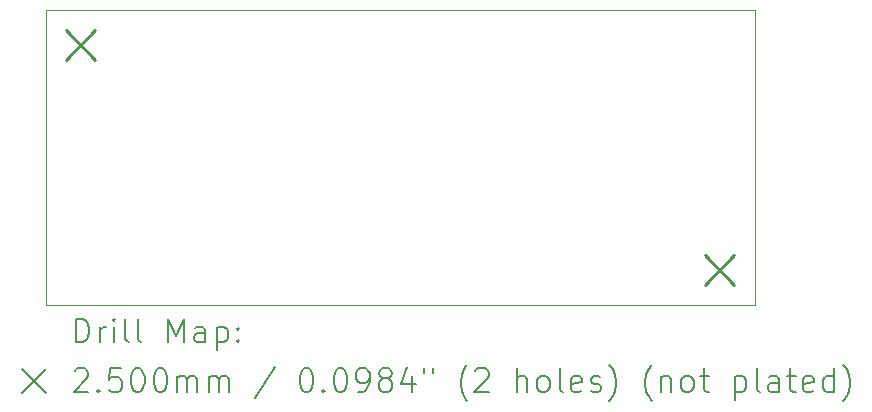
<source format=gbr>
%FSLAX45Y45*%
G04 Gerber Fmt 4.5, Leading zero omitted, Abs format (unit mm)*
G04 Created by KiCad (PCBNEW (6.0.6)) date 2022-07-04 15:46:49*
%MOMM*%
%LPD*%
G01*
G04 APERTURE LIST*
%TA.AperFunction,Profile*%
%ADD10C,0.100000*%
%TD*%
%ADD11C,0.200000*%
%ADD12C,0.250000*%
G04 APERTURE END LIST*
D10*
X10000000Y-5000000D02*
X16000000Y-5000000D01*
X16000000Y-5000000D02*
X16000000Y-7500000D01*
X16000000Y-7500000D02*
X10000000Y-7500000D01*
X10000000Y-7500000D02*
X10000000Y-5000000D01*
D11*
D12*
X10167500Y-5172500D02*
X10417500Y-5422500D01*
X10417500Y-5172500D02*
X10167500Y-5422500D01*
X15575000Y-7077500D02*
X15825000Y-7327500D01*
X15825000Y-7077500D02*
X15575000Y-7327500D01*
D11*
X10252619Y-7815476D02*
X10252619Y-7615476D01*
X10300238Y-7615476D01*
X10328810Y-7625000D01*
X10347857Y-7644048D01*
X10357381Y-7663095D01*
X10366905Y-7701190D01*
X10366905Y-7729762D01*
X10357381Y-7767857D01*
X10347857Y-7786905D01*
X10328810Y-7805952D01*
X10300238Y-7815476D01*
X10252619Y-7815476D01*
X10452619Y-7815476D02*
X10452619Y-7682143D01*
X10452619Y-7720238D02*
X10462143Y-7701190D01*
X10471667Y-7691667D01*
X10490714Y-7682143D01*
X10509762Y-7682143D01*
X10576429Y-7815476D02*
X10576429Y-7682143D01*
X10576429Y-7615476D02*
X10566905Y-7625000D01*
X10576429Y-7634524D01*
X10585952Y-7625000D01*
X10576429Y-7615476D01*
X10576429Y-7634524D01*
X10700238Y-7815476D02*
X10681190Y-7805952D01*
X10671667Y-7786905D01*
X10671667Y-7615476D01*
X10805000Y-7815476D02*
X10785952Y-7805952D01*
X10776429Y-7786905D01*
X10776429Y-7615476D01*
X11033571Y-7815476D02*
X11033571Y-7615476D01*
X11100238Y-7758333D01*
X11166905Y-7615476D01*
X11166905Y-7815476D01*
X11347857Y-7815476D02*
X11347857Y-7710714D01*
X11338333Y-7691667D01*
X11319286Y-7682143D01*
X11281190Y-7682143D01*
X11262143Y-7691667D01*
X11347857Y-7805952D02*
X11328809Y-7815476D01*
X11281190Y-7815476D01*
X11262143Y-7805952D01*
X11252619Y-7786905D01*
X11252619Y-7767857D01*
X11262143Y-7748809D01*
X11281190Y-7739286D01*
X11328809Y-7739286D01*
X11347857Y-7729762D01*
X11443095Y-7682143D02*
X11443095Y-7882143D01*
X11443095Y-7691667D02*
X11462143Y-7682143D01*
X11500238Y-7682143D01*
X11519286Y-7691667D01*
X11528809Y-7701190D01*
X11538333Y-7720238D01*
X11538333Y-7777381D01*
X11528809Y-7796428D01*
X11519286Y-7805952D01*
X11500238Y-7815476D01*
X11462143Y-7815476D01*
X11443095Y-7805952D01*
X11624048Y-7796428D02*
X11633571Y-7805952D01*
X11624048Y-7815476D01*
X11614524Y-7805952D01*
X11624048Y-7796428D01*
X11624048Y-7815476D01*
X11624048Y-7691667D02*
X11633571Y-7701190D01*
X11624048Y-7710714D01*
X11614524Y-7701190D01*
X11624048Y-7691667D01*
X11624048Y-7710714D01*
X9795000Y-8045000D02*
X9995000Y-8245000D01*
X9995000Y-8045000D02*
X9795000Y-8245000D01*
X10243095Y-8054524D02*
X10252619Y-8045000D01*
X10271667Y-8035476D01*
X10319286Y-8035476D01*
X10338333Y-8045000D01*
X10347857Y-8054524D01*
X10357381Y-8073571D01*
X10357381Y-8092619D01*
X10347857Y-8121190D01*
X10233571Y-8235476D01*
X10357381Y-8235476D01*
X10443095Y-8216428D02*
X10452619Y-8225952D01*
X10443095Y-8235476D01*
X10433571Y-8225952D01*
X10443095Y-8216428D01*
X10443095Y-8235476D01*
X10633571Y-8035476D02*
X10538333Y-8035476D01*
X10528810Y-8130714D01*
X10538333Y-8121190D01*
X10557381Y-8111667D01*
X10605000Y-8111667D01*
X10624048Y-8121190D01*
X10633571Y-8130714D01*
X10643095Y-8149762D01*
X10643095Y-8197381D01*
X10633571Y-8216428D01*
X10624048Y-8225952D01*
X10605000Y-8235476D01*
X10557381Y-8235476D01*
X10538333Y-8225952D01*
X10528810Y-8216428D01*
X10766905Y-8035476D02*
X10785952Y-8035476D01*
X10805000Y-8045000D01*
X10814524Y-8054524D01*
X10824048Y-8073571D01*
X10833571Y-8111667D01*
X10833571Y-8159286D01*
X10824048Y-8197381D01*
X10814524Y-8216428D01*
X10805000Y-8225952D01*
X10785952Y-8235476D01*
X10766905Y-8235476D01*
X10747857Y-8225952D01*
X10738333Y-8216428D01*
X10728810Y-8197381D01*
X10719286Y-8159286D01*
X10719286Y-8111667D01*
X10728810Y-8073571D01*
X10738333Y-8054524D01*
X10747857Y-8045000D01*
X10766905Y-8035476D01*
X10957381Y-8035476D02*
X10976429Y-8035476D01*
X10995476Y-8045000D01*
X11005000Y-8054524D01*
X11014524Y-8073571D01*
X11024048Y-8111667D01*
X11024048Y-8159286D01*
X11014524Y-8197381D01*
X11005000Y-8216428D01*
X10995476Y-8225952D01*
X10976429Y-8235476D01*
X10957381Y-8235476D01*
X10938333Y-8225952D01*
X10928810Y-8216428D01*
X10919286Y-8197381D01*
X10909762Y-8159286D01*
X10909762Y-8111667D01*
X10919286Y-8073571D01*
X10928810Y-8054524D01*
X10938333Y-8045000D01*
X10957381Y-8035476D01*
X11109762Y-8235476D02*
X11109762Y-8102143D01*
X11109762Y-8121190D02*
X11119286Y-8111667D01*
X11138333Y-8102143D01*
X11166905Y-8102143D01*
X11185952Y-8111667D01*
X11195476Y-8130714D01*
X11195476Y-8235476D01*
X11195476Y-8130714D02*
X11205000Y-8111667D01*
X11224048Y-8102143D01*
X11252619Y-8102143D01*
X11271667Y-8111667D01*
X11281190Y-8130714D01*
X11281190Y-8235476D01*
X11376428Y-8235476D02*
X11376428Y-8102143D01*
X11376428Y-8121190D02*
X11385952Y-8111667D01*
X11405000Y-8102143D01*
X11433571Y-8102143D01*
X11452619Y-8111667D01*
X11462143Y-8130714D01*
X11462143Y-8235476D01*
X11462143Y-8130714D02*
X11471667Y-8111667D01*
X11490714Y-8102143D01*
X11519286Y-8102143D01*
X11538333Y-8111667D01*
X11547857Y-8130714D01*
X11547857Y-8235476D01*
X11938333Y-8025952D02*
X11766905Y-8283095D01*
X12195476Y-8035476D02*
X12214524Y-8035476D01*
X12233571Y-8045000D01*
X12243095Y-8054524D01*
X12252619Y-8073571D01*
X12262143Y-8111667D01*
X12262143Y-8159286D01*
X12252619Y-8197381D01*
X12243095Y-8216428D01*
X12233571Y-8225952D01*
X12214524Y-8235476D01*
X12195476Y-8235476D01*
X12176428Y-8225952D01*
X12166905Y-8216428D01*
X12157381Y-8197381D01*
X12147857Y-8159286D01*
X12147857Y-8111667D01*
X12157381Y-8073571D01*
X12166905Y-8054524D01*
X12176428Y-8045000D01*
X12195476Y-8035476D01*
X12347857Y-8216428D02*
X12357381Y-8225952D01*
X12347857Y-8235476D01*
X12338333Y-8225952D01*
X12347857Y-8216428D01*
X12347857Y-8235476D01*
X12481190Y-8035476D02*
X12500238Y-8035476D01*
X12519286Y-8045000D01*
X12528809Y-8054524D01*
X12538333Y-8073571D01*
X12547857Y-8111667D01*
X12547857Y-8159286D01*
X12538333Y-8197381D01*
X12528809Y-8216428D01*
X12519286Y-8225952D01*
X12500238Y-8235476D01*
X12481190Y-8235476D01*
X12462143Y-8225952D01*
X12452619Y-8216428D01*
X12443095Y-8197381D01*
X12433571Y-8159286D01*
X12433571Y-8111667D01*
X12443095Y-8073571D01*
X12452619Y-8054524D01*
X12462143Y-8045000D01*
X12481190Y-8035476D01*
X12643095Y-8235476D02*
X12681190Y-8235476D01*
X12700238Y-8225952D01*
X12709762Y-8216428D01*
X12728809Y-8187857D01*
X12738333Y-8149762D01*
X12738333Y-8073571D01*
X12728809Y-8054524D01*
X12719286Y-8045000D01*
X12700238Y-8035476D01*
X12662143Y-8035476D01*
X12643095Y-8045000D01*
X12633571Y-8054524D01*
X12624048Y-8073571D01*
X12624048Y-8121190D01*
X12633571Y-8140238D01*
X12643095Y-8149762D01*
X12662143Y-8159286D01*
X12700238Y-8159286D01*
X12719286Y-8149762D01*
X12728809Y-8140238D01*
X12738333Y-8121190D01*
X12852619Y-8121190D02*
X12833571Y-8111667D01*
X12824048Y-8102143D01*
X12814524Y-8083095D01*
X12814524Y-8073571D01*
X12824048Y-8054524D01*
X12833571Y-8045000D01*
X12852619Y-8035476D01*
X12890714Y-8035476D01*
X12909762Y-8045000D01*
X12919286Y-8054524D01*
X12928809Y-8073571D01*
X12928809Y-8083095D01*
X12919286Y-8102143D01*
X12909762Y-8111667D01*
X12890714Y-8121190D01*
X12852619Y-8121190D01*
X12833571Y-8130714D01*
X12824048Y-8140238D01*
X12814524Y-8159286D01*
X12814524Y-8197381D01*
X12824048Y-8216428D01*
X12833571Y-8225952D01*
X12852619Y-8235476D01*
X12890714Y-8235476D01*
X12909762Y-8225952D01*
X12919286Y-8216428D01*
X12928809Y-8197381D01*
X12928809Y-8159286D01*
X12919286Y-8140238D01*
X12909762Y-8130714D01*
X12890714Y-8121190D01*
X13100238Y-8102143D02*
X13100238Y-8235476D01*
X13052619Y-8025952D02*
X13005000Y-8168809D01*
X13128809Y-8168809D01*
X13195476Y-8035476D02*
X13195476Y-8073571D01*
X13271667Y-8035476D02*
X13271667Y-8073571D01*
X13566905Y-8311667D02*
X13557381Y-8302143D01*
X13538333Y-8273571D01*
X13528809Y-8254524D01*
X13519286Y-8225952D01*
X13509762Y-8178333D01*
X13509762Y-8140238D01*
X13519286Y-8092619D01*
X13528809Y-8064048D01*
X13538333Y-8045000D01*
X13557381Y-8016428D01*
X13566905Y-8006905D01*
X13633571Y-8054524D02*
X13643095Y-8045000D01*
X13662143Y-8035476D01*
X13709762Y-8035476D01*
X13728809Y-8045000D01*
X13738333Y-8054524D01*
X13747857Y-8073571D01*
X13747857Y-8092619D01*
X13738333Y-8121190D01*
X13624048Y-8235476D01*
X13747857Y-8235476D01*
X13985952Y-8235476D02*
X13985952Y-8035476D01*
X14071667Y-8235476D02*
X14071667Y-8130714D01*
X14062143Y-8111667D01*
X14043095Y-8102143D01*
X14014524Y-8102143D01*
X13995476Y-8111667D01*
X13985952Y-8121190D01*
X14195476Y-8235476D02*
X14176428Y-8225952D01*
X14166905Y-8216428D01*
X14157381Y-8197381D01*
X14157381Y-8140238D01*
X14166905Y-8121190D01*
X14176428Y-8111667D01*
X14195476Y-8102143D01*
X14224048Y-8102143D01*
X14243095Y-8111667D01*
X14252619Y-8121190D01*
X14262143Y-8140238D01*
X14262143Y-8197381D01*
X14252619Y-8216428D01*
X14243095Y-8225952D01*
X14224048Y-8235476D01*
X14195476Y-8235476D01*
X14376428Y-8235476D02*
X14357381Y-8225952D01*
X14347857Y-8206905D01*
X14347857Y-8035476D01*
X14528809Y-8225952D02*
X14509762Y-8235476D01*
X14471667Y-8235476D01*
X14452619Y-8225952D01*
X14443095Y-8206905D01*
X14443095Y-8130714D01*
X14452619Y-8111667D01*
X14471667Y-8102143D01*
X14509762Y-8102143D01*
X14528809Y-8111667D01*
X14538333Y-8130714D01*
X14538333Y-8149762D01*
X14443095Y-8168809D01*
X14614524Y-8225952D02*
X14633571Y-8235476D01*
X14671667Y-8235476D01*
X14690714Y-8225952D01*
X14700238Y-8206905D01*
X14700238Y-8197381D01*
X14690714Y-8178333D01*
X14671667Y-8168809D01*
X14643095Y-8168809D01*
X14624048Y-8159286D01*
X14614524Y-8140238D01*
X14614524Y-8130714D01*
X14624048Y-8111667D01*
X14643095Y-8102143D01*
X14671667Y-8102143D01*
X14690714Y-8111667D01*
X14766905Y-8311667D02*
X14776428Y-8302143D01*
X14795476Y-8273571D01*
X14805000Y-8254524D01*
X14814524Y-8225952D01*
X14824048Y-8178333D01*
X14824048Y-8140238D01*
X14814524Y-8092619D01*
X14805000Y-8064048D01*
X14795476Y-8045000D01*
X14776428Y-8016428D01*
X14766905Y-8006905D01*
X15128809Y-8311667D02*
X15119286Y-8302143D01*
X15100238Y-8273571D01*
X15090714Y-8254524D01*
X15081190Y-8225952D01*
X15071667Y-8178333D01*
X15071667Y-8140238D01*
X15081190Y-8092619D01*
X15090714Y-8064048D01*
X15100238Y-8045000D01*
X15119286Y-8016428D01*
X15128809Y-8006905D01*
X15205000Y-8102143D02*
X15205000Y-8235476D01*
X15205000Y-8121190D02*
X15214524Y-8111667D01*
X15233571Y-8102143D01*
X15262143Y-8102143D01*
X15281190Y-8111667D01*
X15290714Y-8130714D01*
X15290714Y-8235476D01*
X15414524Y-8235476D02*
X15395476Y-8225952D01*
X15385952Y-8216428D01*
X15376428Y-8197381D01*
X15376428Y-8140238D01*
X15385952Y-8121190D01*
X15395476Y-8111667D01*
X15414524Y-8102143D01*
X15443095Y-8102143D01*
X15462143Y-8111667D01*
X15471667Y-8121190D01*
X15481190Y-8140238D01*
X15481190Y-8197381D01*
X15471667Y-8216428D01*
X15462143Y-8225952D01*
X15443095Y-8235476D01*
X15414524Y-8235476D01*
X15538333Y-8102143D02*
X15614524Y-8102143D01*
X15566905Y-8035476D02*
X15566905Y-8206905D01*
X15576428Y-8225952D01*
X15595476Y-8235476D01*
X15614524Y-8235476D01*
X15833571Y-8102143D02*
X15833571Y-8302143D01*
X15833571Y-8111667D02*
X15852619Y-8102143D01*
X15890714Y-8102143D01*
X15909762Y-8111667D01*
X15919286Y-8121190D01*
X15928809Y-8140238D01*
X15928809Y-8197381D01*
X15919286Y-8216428D01*
X15909762Y-8225952D01*
X15890714Y-8235476D01*
X15852619Y-8235476D01*
X15833571Y-8225952D01*
X16043095Y-8235476D02*
X16024048Y-8225952D01*
X16014524Y-8206905D01*
X16014524Y-8035476D01*
X16205000Y-8235476D02*
X16205000Y-8130714D01*
X16195476Y-8111667D01*
X16176428Y-8102143D01*
X16138333Y-8102143D01*
X16119286Y-8111667D01*
X16205000Y-8225952D02*
X16185952Y-8235476D01*
X16138333Y-8235476D01*
X16119286Y-8225952D01*
X16109762Y-8206905D01*
X16109762Y-8187857D01*
X16119286Y-8168809D01*
X16138333Y-8159286D01*
X16185952Y-8159286D01*
X16205000Y-8149762D01*
X16271667Y-8102143D02*
X16347857Y-8102143D01*
X16300238Y-8035476D02*
X16300238Y-8206905D01*
X16309762Y-8225952D01*
X16328809Y-8235476D01*
X16347857Y-8235476D01*
X16490714Y-8225952D02*
X16471667Y-8235476D01*
X16433571Y-8235476D01*
X16414524Y-8225952D01*
X16405000Y-8206905D01*
X16405000Y-8130714D01*
X16414524Y-8111667D01*
X16433571Y-8102143D01*
X16471667Y-8102143D01*
X16490714Y-8111667D01*
X16500238Y-8130714D01*
X16500238Y-8149762D01*
X16405000Y-8168809D01*
X16671667Y-8235476D02*
X16671667Y-8035476D01*
X16671667Y-8225952D02*
X16652619Y-8235476D01*
X16614524Y-8235476D01*
X16595476Y-8225952D01*
X16585952Y-8216428D01*
X16576428Y-8197381D01*
X16576428Y-8140238D01*
X16585952Y-8121190D01*
X16595476Y-8111667D01*
X16614524Y-8102143D01*
X16652619Y-8102143D01*
X16671667Y-8111667D01*
X16747857Y-8311667D02*
X16757381Y-8302143D01*
X16776428Y-8273571D01*
X16785952Y-8254524D01*
X16795476Y-8225952D01*
X16805000Y-8178333D01*
X16805000Y-8140238D01*
X16795476Y-8092619D01*
X16785952Y-8064048D01*
X16776428Y-8045000D01*
X16757381Y-8016428D01*
X16747857Y-8006905D01*
M02*

</source>
